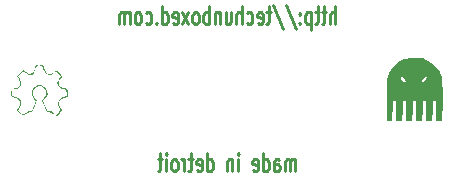
<source format=gbo>
G04 (created by PCBNEW (2013-05-16 BZR 4016)-stable) date 6/1/2013 11:24:41 AM*
%MOIN*%
G04 Gerber Fmt 3.4, Leading zero omitted, Abs format*
%FSLAX34Y34*%
G01*
G70*
G90*
G04 APERTURE LIST*
%ADD10C,0.00393701*%
%ADD11C,0.01*%
%ADD12C,0.0001*%
G04 APERTURE END LIST*
G54D10*
G54D11*
X60849Y-38292D02*
X60849Y-37692D01*
X60678Y-38292D02*
X60678Y-37978D01*
X60697Y-37921D01*
X60735Y-37892D01*
X60792Y-37892D01*
X60830Y-37921D01*
X60849Y-37950D01*
X60545Y-37892D02*
X60392Y-37892D01*
X60488Y-37692D02*
X60488Y-38207D01*
X60469Y-38264D01*
X60430Y-38292D01*
X60392Y-38292D01*
X60316Y-37892D02*
X60164Y-37892D01*
X60259Y-37692D02*
X60259Y-38207D01*
X60240Y-38264D01*
X60202Y-38292D01*
X60164Y-38292D01*
X60030Y-37892D02*
X60030Y-38492D01*
X60030Y-37921D02*
X59992Y-37892D01*
X59916Y-37892D01*
X59878Y-37921D01*
X59859Y-37950D01*
X59840Y-38007D01*
X59840Y-38178D01*
X59859Y-38235D01*
X59878Y-38264D01*
X59916Y-38292D01*
X59992Y-38292D01*
X60030Y-38264D01*
X59669Y-38235D02*
X59650Y-38264D01*
X59669Y-38292D01*
X59688Y-38264D01*
X59669Y-38235D01*
X59669Y-38292D01*
X59669Y-37921D02*
X59650Y-37950D01*
X59669Y-37978D01*
X59688Y-37950D01*
X59669Y-37921D01*
X59669Y-37978D01*
X59192Y-37664D02*
X59535Y-38435D01*
X58773Y-37664D02*
X59116Y-38435D01*
X58697Y-37892D02*
X58545Y-37892D01*
X58640Y-37692D02*
X58640Y-38207D01*
X58621Y-38264D01*
X58583Y-38292D01*
X58545Y-38292D01*
X58259Y-38264D02*
X58297Y-38292D01*
X58373Y-38292D01*
X58411Y-38264D01*
X58430Y-38207D01*
X58430Y-37978D01*
X58411Y-37921D01*
X58373Y-37892D01*
X58297Y-37892D01*
X58259Y-37921D01*
X58240Y-37978D01*
X58240Y-38035D01*
X58430Y-38092D01*
X57897Y-38264D02*
X57935Y-38292D01*
X58011Y-38292D01*
X58050Y-38264D01*
X58069Y-38235D01*
X58088Y-38178D01*
X58088Y-38007D01*
X58069Y-37950D01*
X58050Y-37921D01*
X58011Y-37892D01*
X57935Y-37892D01*
X57897Y-37921D01*
X57726Y-38292D02*
X57726Y-37692D01*
X57554Y-38292D02*
X57554Y-37978D01*
X57573Y-37921D01*
X57611Y-37892D01*
X57669Y-37892D01*
X57707Y-37921D01*
X57726Y-37950D01*
X57192Y-37892D02*
X57192Y-38292D01*
X57364Y-37892D02*
X57364Y-38207D01*
X57345Y-38264D01*
X57307Y-38292D01*
X57250Y-38292D01*
X57211Y-38264D01*
X57192Y-38235D01*
X57002Y-37892D02*
X57002Y-38292D01*
X57002Y-37950D02*
X56983Y-37921D01*
X56945Y-37892D01*
X56888Y-37892D01*
X56850Y-37921D01*
X56830Y-37978D01*
X56830Y-38292D01*
X56640Y-38292D02*
X56640Y-37692D01*
X56640Y-37921D02*
X56602Y-37892D01*
X56526Y-37892D01*
X56488Y-37921D01*
X56469Y-37950D01*
X56450Y-38007D01*
X56450Y-38178D01*
X56469Y-38235D01*
X56488Y-38264D01*
X56526Y-38292D01*
X56602Y-38292D01*
X56640Y-38264D01*
X56221Y-38292D02*
X56259Y-38264D01*
X56278Y-38235D01*
X56297Y-38178D01*
X56297Y-38007D01*
X56278Y-37950D01*
X56259Y-37921D01*
X56221Y-37892D01*
X56164Y-37892D01*
X56126Y-37921D01*
X56107Y-37950D01*
X56088Y-38007D01*
X56088Y-38178D01*
X56107Y-38235D01*
X56126Y-38264D01*
X56164Y-38292D01*
X56221Y-38292D01*
X55954Y-38292D02*
X55745Y-37892D01*
X55954Y-37892D02*
X55745Y-38292D01*
X55440Y-38264D02*
X55478Y-38292D01*
X55554Y-38292D01*
X55592Y-38264D01*
X55611Y-38207D01*
X55611Y-37978D01*
X55592Y-37921D01*
X55554Y-37892D01*
X55478Y-37892D01*
X55440Y-37921D01*
X55421Y-37978D01*
X55421Y-38035D01*
X55611Y-38092D01*
X55078Y-38292D02*
X55078Y-37692D01*
X55078Y-38264D02*
X55116Y-38292D01*
X55192Y-38292D01*
X55230Y-38264D01*
X55250Y-38235D01*
X55269Y-38178D01*
X55269Y-38007D01*
X55250Y-37950D01*
X55230Y-37921D01*
X55192Y-37892D01*
X55116Y-37892D01*
X55078Y-37921D01*
X54888Y-38235D02*
X54869Y-38264D01*
X54888Y-38292D01*
X54907Y-38264D01*
X54888Y-38235D01*
X54888Y-38292D01*
X54526Y-38264D02*
X54564Y-38292D01*
X54640Y-38292D01*
X54678Y-38264D01*
X54697Y-38235D01*
X54716Y-38178D01*
X54716Y-38007D01*
X54697Y-37950D01*
X54678Y-37921D01*
X54640Y-37892D01*
X54564Y-37892D01*
X54526Y-37921D01*
X54297Y-38292D02*
X54335Y-38264D01*
X54354Y-38235D01*
X54373Y-38178D01*
X54373Y-38007D01*
X54354Y-37950D01*
X54335Y-37921D01*
X54297Y-37892D01*
X54240Y-37892D01*
X54202Y-37921D01*
X54183Y-37950D01*
X54164Y-38007D01*
X54164Y-38178D01*
X54183Y-38235D01*
X54202Y-38264D01*
X54240Y-38292D01*
X54297Y-38292D01*
X53992Y-38292D02*
X53992Y-37892D01*
X53992Y-37950D02*
X53973Y-37921D01*
X53935Y-37892D01*
X53878Y-37892D01*
X53840Y-37921D01*
X53821Y-37978D01*
X53821Y-38292D01*
X53821Y-37978D02*
X53802Y-37921D01*
X53764Y-37892D01*
X53707Y-37892D01*
X53669Y-37921D01*
X53650Y-37978D01*
X53650Y-38292D01*
X59516Y-43192D02*
X59516Y-42792D01*
X59516Y-42850D02*
X59497Y-42821D01*
X59459Y-42792D01*
X59402Y-42792D01*
X59364Y-42821D01*
X59345Y-42878D01*
X59345Y-43192D01*
X59345Y-42878D02*
X59326Y-42821D01*
X59288Y-42792D01*
X59230Y-42792D01*
X59192Y-42821D01*
X59173Y-42878D01*
X59173Y-43192D01*
X58811Y-43192D02*
X58811Y-42878D01*
X58830Y-42821D01*
X58869Y-42792D01*
X58945Y-42792D01*
X58983Y-42821D01*
X58811Y-43164D02*
X58849Y-43192D01*
X58945Y-43192D01*
X58983Y-43164D01*
X59002Y-43107D01*
X59002Y-43050D01*
X58983Y-42992D01*
X58945Y-42964D01*
X58849Y-42964D01*
X58811Y-42935D01*
X58449Y-43192D02*
X58449Y-42592D01*
X58449Y-43164D02*
X58488Y-43192D01*
X58564Y-43192D01*
X58602Y-43164D01*
X58621Y-43135D01*
X58640Y-43078D01*
X58640Y-42907D01*
X58621Y-42850D01*
X58602Y-42821D01*
X58564Y-42792D01*
X58488Y-42792D01*
X58449Y-42821D01*
X58107Y-43164D02*
X58145Y-43192D01*
X58221Y-43192D01*
X58259Y-43164D01*
X58278Y-43107D01*
X58278Y-42878D01*
X58259Y-42821D01*
X58221Y-42792D01*
X58145Y-42792D01*
X58107Y-42821D01*
X58088Y-42878D01*
X58088Y-42935D01*
X58278Y-42992D01*
X57611Y-43192D02*
X57611Y-42792D01*
X57611Y-42592D02*
X57630Y-42621D01*
X57611Y-42650D01*
X57592Y-42621D01*
X57611Y-42592D01*
X57611Y-42650D01*
X57421Y-42792D02*
X57421Y-43192D01*
X57421Y-42850D02*
X57402Y-42821D01*
X57364Y-42792D01*
X57307Y-42792D01*
X57269Y-42821D01*
X57249Y-42878D01*
X57249Y-43192D01*
X56583Y-43192D02*
X56583Y-42592D01*
X56583Y-43164D02*
X56621Y-43192D01*
X56697Y-43192D01*
X56735Y-43164D01*
X56754Y-43135D01*
X56773Y-43078D01*
X56773Y-42907D01*
X56754Y-42850D01*
X56735Y-42821D01*
X56697Y-42792D01*
X56621Y-42792D01*
X56583Y-42821D01*
X56240Y-43164D02*
X56278Y-43192D01*
X56354Y-43192D01*
X56392Y-43164D01*
X56411Y-43107D01*
X56411Y-42878D01*
X56392Y-42821D01*
X56354Y-42792D01*
X56278Y-42792D01*
X56240Y-42821D01*
X56221Y-42878D01*
X56221Y-42935D01*
X56411Y-42992D01*
X56107Y-42792D02*
X55954Y-42792D01*
X56049Y-42592D02*
X56049Y-43107D01*
X56030Y-43164D01*
X55992Y-43192D01*
X55954Y-43192D01*
X55821Y-43192D02*
X55821Y-42792D01*
X55821Y-42907D02*
X55802Y-42850D01*
X55783Y-42821D01*
X55745Y-42792D01*
X55707Y-42792D01*
X55516Y-43192D02*
X55554Y-43164D01*
X55573Y-43135D01*
X55592Y-43078D01*
X55592Y-42907D01*
X55573Y-42850D01*
X55554Y-42821D01*
X55516Y-42792D01*
X55459Y-42792D01*
X55421Y-42821D01*
X55402Y-42850D01*
X55383Y-42907D01*
X55383Y-43078D01*
X55402Y-43135D01*
X55421Y-43164D01*
X55459Y-43192D01*
X55516Y-43192D01*
X55211Y-43192D02*
X55211Y-42792D01*
X55211Y-42592D02*
X55230Y-42621D01*
X55211Y-42650D01*
X55192Y-42621D01*
X55211Y-42592D01*
X55211Y-42650D01*
X55078Y-42792D02*
X54926Y-42792D01*
X55021Y-42592D02*
X55021Y-43107D01*
X55002Y-43164D01*
X54964Y-43192D01*
X54926Y-43192D01*
G54D12*
G36*
X64427Y-40665D02*
X64426Y-40856D01*
X64417Y-41517D01*
X64317Y-41517D01*
X64217Y-41517D01*
X64207Y-41158D01*
X64201Y-40994D01*
X64192Y-40886D01*
X64178Y-40825D01*
X64159Y-40801D01*
X64150Y-40800D01*
X64128Y-40813D01*
X64112Y-40860D01*
X64102Y-40950D01*
X64095Y-41093D01*
X64093Y-41158D01*
X64083Y-41517D01*
X63983Y-41517D01*
X63899Y-41517D01*
X63899Y-40063D01*
X63876Y-40034D01*
X63868Y-40033D01*
X63828Y-40058D01*
X63785Y-40107D01*
X63739Y-40189D01*
X63739Y-40230D01*
X63779Y-40223D01*
X63839Y-40178D01*
X63885Y-40118D01*
X63899Y-40063D01*
X63899Y-41517D01*
X63883Y-41517D01*
X63874Y-41158D01*
X63868Y-40994D01*
X63859Y-40886D01*
X63845Y-40825D01*
X63825Y-40801D01*
X63817Y-40800D01*
X63794Y-40813D01*
X63779Y-40860D01*
X63768Y-40950D01*
X63761Y-41093D01*
X63759Y-41158D01*
X63750Y-41517D01*
X63650Y-41517D01*
X63550Y-41517D01*
X63540Y-41158D01*
X63534Y-40994D01*
X63525Y-40886D01*
X63512Y-40825D01*
X63492Y-40801D01*
X63483Y-40800D01*
X63461Y-40813D01*
X63445Y-40860D01*
X63435Y-40950D01*
X63428Y-41093D01*
X63426Y-41158D01*
X63417Y-41517D01*
X63317Y-41517D01*
X63217Y-41517D01*
X63207Y-41158D01*
X63201Y-40994D01*
X63200Y-40982D01*
X63200Y-40207D01*
X63180Y-40156D01*
X63136Y-40093D01*
X63088Y-40044D01*
X63065Y-40033D01*
X63035Y-40055D01*
X63046Y-40110D01*
X63088Y-40172D01*
X63148Y-40222D01*
X63189Y-40230D01*
X63200Y-40207D01*
X63200Y-40982D01*
X63192Y-40886D01*
X63178Y-40825D01*
X63159Y-40801D01*
X63150Y-40800D01*
X63128Y-40813D01*
X63112Y-40860D01*
X63102Y-40950D01*
X63095Y-41093D01*
X63093Y-41158D01*
X63083Y-41517D01*
X62983Y-41517D01*
X62883Y-41517D01*
X62874Y-41158D01*
X62868Y-40994D01*
X62859Y-40886D01*
X62845Y-40825D01*
X62825Y-40801D01*
X62817Y-40800D01*
X62794Y-40813D01*
X62779Y-40860D01*
X62768Y-40950D01*
X62761Y-41093D01*
X62759Y-41158D01*
X62754Y-41317D01*
X62747Y-41421D01*
X62736Y-41482D01*
X62718Y-41513D01*
X62690Y-41525D01*
X62682Y-41526D01*
X62616Y-41524D01*
X62590Y-41512D01*
X62583Y-41473D01*
X62577Y-41378D01*
X62572Y-41236D01*
X62569Y-41058D01*
X62567Y-40854D01*
X62567Y-40786D01*
X62567Y-40550D01*
X62569Y-40370D01*
X62573Y-40236D01*
X62581Y-40137D01*
X62592Y-40063D01*
X62609Y-40002D01*
X62632Y-39945D01*
X62645Y-39916D01*
X62772Y-39712D01*
X62940Y-39560D01*
X63150Y-39460D01*
X63402Y-39411D01*
X63450Y-39407D01*
X63589Y-39402D01*
X63688Y-39408D01*
X63774Y-39430D01*
X63872Y-39474D01*
X63933Y-39506D01*
X64137Y-39645D01*
X64292Y-39825D01*
X64391Y-40038D01*
X64400Y-40067D01*
X64411Y-40145D01*
X64420Y-40278D01*
X64425Y-40455D01*
X64427Y-40665D01*
X64427Y-40665D01*
X64427Y-40665D01*
G37*
G36*
X51933Y-40579D02*
X51930Y-40670D01*
X51909Y-40715D01*
X51900Y-40718D01*
X51900Y-40581D01*
X51881Y-40490D01*
X51821Y-40444D01*
X51731Y-40433D01*
X51671Y-40404D01*
X51616Y-40332D01*
X51584Y-40260D01*
X51588Y-40207D01*
X51629Y-40139D01*
X51636Y-40129D01*
X51708Y-40027D01*
X51624Y-39943D01*
X51540Y-39859D01*
X51441Y-39932D01*
X51370Y-39979D01*
X51318Y-39986D01*
X51249Y-39958D01*
X51241Y-39954D01*
X51157Y-39885D01*
X51119Y-39784D01*
X51097Y-39705D01*
X51058Y-39672D01*
X50984Y-39666D01*
X50911Y-39672D01*
X50874Y-39702D01*
X50854Y-39776D01*
X50850Y-39797D01*
X50807Y-39911D01*
X50731Y-39969D01*
X50628Y-39968D01*
X50536Y-39925D01*
X50430Y-39858D01*
X50348Y-39934D01*
X50267Y-40010D01*
X50337Y-40123D01*
X50380Y-40206D01*
X50386Y-40271D01*
X50367Y-40330D01*
X50323Y-40399D01*
X50247Y-40436D01*
X50197Y-40446D01*
X50113Y-40464D01*
X50075Y-40496D01*
X50066Y-40560D01*
X50066Y-40579D01*
X50072Y-40653D01*
X50104Y-40690D01*
X50180Y-40709D01*
X50192Y-40711D01*
X50284Y-40737D01*
X50336Y-40789D01*
X50358Y-40838D01*
X50380Y-40920D01*
X50366Y-40989D01*
X50333Y-41049D01*
X50293Y-41120D01*
X50288Y-41163D01*
X50322Y-41207D01*
X50341Y-41227D01*
X50396Y-41279D01*
X50433Y-41293D01*
X50481Y-41270D01*
X50533Y-41233D01*
X50610Y-41192D01*
X50671Y-41183D01*
X50675Y-41185D01*
X50714Y-41174D01*
X50758Y-41109D01*
X50798Y-41021D01*
X50872Y-40838D01*
X50802Y-40769D01*
X50735Y-40660D01*
X50727Y-40541D01*
X50777Y-40427D01*
X50826Y-40375D01*
X50938Y-40311D01*
X51044Y-40313D01*
X51152Y-40381D01*
X51169Y-40397D01*
X51247Y-40508D01*
X51259Y-40619D01*
X51205Y-40734D01*
X51188Y-40755D01*
X51110Y-40850D01*
X51189Y-41028D01*
X51241Y-41133D01*
X51284Y-41182D01*
X51320Y-41186D01*
X51380Y-41191D01*
X51455Y-41231D01*
X51459Y-41234D01*
X51545Y-41302D01*
X51626Y-41222D01*
X51678Y-41164D01*
X51686Y-41121D01*
X51654Y-41061D01*
X51648Y-41053D01*
X51606Y-40939D01*
X51624Y-40834D01*
X51695Y-40753D01*
X51776Y-40719D01*
X51857Y-40692D01*
X51892Y-40652D01*
X51900Y-40581D01*
X51900Y-40718D01*
X51854Y-40736D01*
X51802Y-40745D01*
X51713Y-40767D01*
X51669Y-40807D01*
X51650Y-40865D01*
X51653Y-40988D01*
X51688Y-41065D01*
X51724Y-41134D01*
X51724Y-41180D01*
X51682Y-41232D01*
X51660Y-41254D01*
X51572Y-41342D01*
X51461Y-41276D01*
X51375Y-41236D01*
X51306Y-41222D01*
X51296Y-41223D01*
X51254Y-41209D01*
X51206Y-41142D01*
X51159Y-41043D01*
X51075Y-40850D01*
X51154Y-40755D01*
X51221Y-40638D01*
X51221Y-40525D01*
X51155Y-40419D01*
X51151Y-40415D01*
X51053Y-40346D01*
X50957Y-40344D01*
X50854Y-40407D01*
X50853Y-40408D01*
X50775Y-40513D01*
X50759Y-40624D01*
X50806Y-40729D01*
X50837Y-40762D01*
X50907Y-40828D01*
X50828Y-41032D01*
X50780Y-41145D01*
X50741Y-41206D01*
X50702Y-41227D01*
X50682Y-41227D01*
X50607Y-41239D01*
X50533Y-41275D01*
X50468Y-41318D01*
X50423Y-41325D01*
X50374Y-41292D01*
X50319Y-41236D01*
X50226Y-41139D01*
X50298Y-41042D01*
X50344Y-40968D01*
X50349Y-40909D01*
X50329Y-40855D01*
X50266Y-40777D01*
X50202Y-40746D01*
X50103Y-40721D01*
X50053Y-40691D01*
X50035Y-40640D01*
X50033Y-40585D01*
X50057Y-40478D01*
X50130Y-40416D01*
X50231Y-40400D01*
X50303Y-40373D01*
X50340Y-40304D01*
X50338Y-40209D01*
X50301Y-40118D01*
X50234Y-40011D01*
X50332Y-39917D01*
X50429Y-39824D01*
X50536Y-39892D01*
X50647Y-39936D01*
X50737Y-39918D01*
X50800Y-39839D01*
X50823Y-39770D01*
X50847Y-39693D01*
X50886Y-39656D01*
X50964Y-39641D01*
X50989Y-39639D01*
X51077Y-39636D01*
X51120Y-39655D01*
X51140Y-39713D01*
X51148Y-39760D01*
X51190Y-39877D01*
X51261Y-39938D01*
X51354Y-39940D01*
X51432Y-39900D01*
X51515Y-39848D01*
X51572Y-39841D01*
X51628Y-39881D01*
X51660Y-39916D01*
X51715Y-39987D01*
X51726Y-40039D01*
X51692Y-40100D01*
X51669Y-40130D01*
X51624Y-40230D01*
X51640Y-40318D01*
X51712Y-40384D01*
X51801Y-40413D01*
X51883Y-40429D01*
X51921Y-40458D01*
X51932Y-40521D01*
X51933Y-40579D01*
X51933Y-40579D01*
X51933Y-40579D01*
G37*
M02*

</source>
